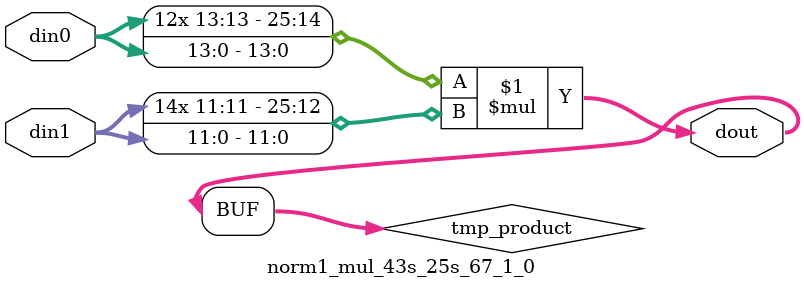
<source format=v>

`timescale 1 ns / 1 ps

 module norm1_mul_43s_25s_67_1_0(din0, din1, dout);
parameter ID = 1;
parameter NUM_STAGE = 0;
parameter din0_WIDTH = 14;
parameter din1_WIDTH = 12;
parameter dout_WIDTH = 26;

input [din0_WIDTH - 1 : 0] din0; 
input [din1_WIDTH - 1 : 0] din1; 
output [dout_WIDTH - 1 : 0] dout;

wire signed [dout_WIDTH - 1 : 0] tmp_product;



























assign tmp_product = $signed(din0) * $signed(din1);








assign dout = tmp_product;





















endmodule

</source>
